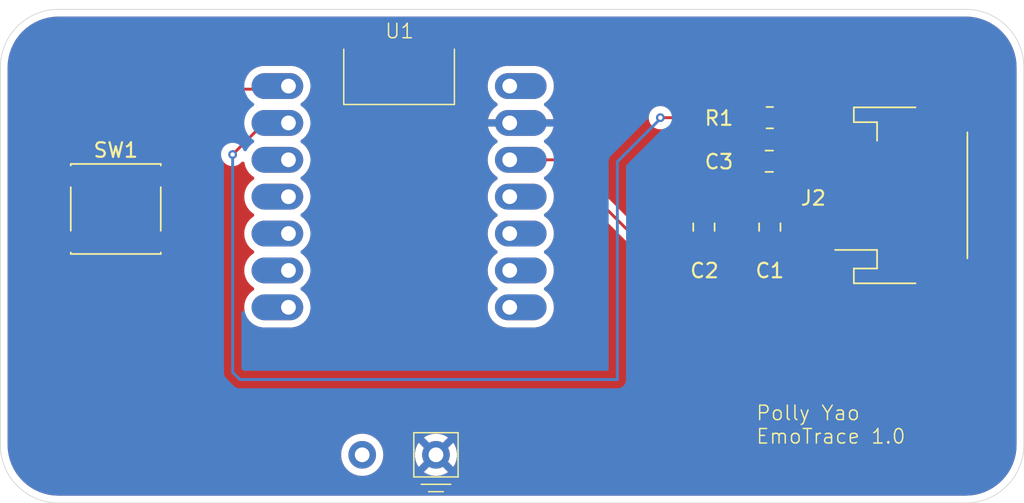
<source format=kicad_pcb>
(kicad_pcb (version 20241229) (generator "pcbnew") (generator_version "9.0")
  (title_block (title "Polly Yao_EmoTrace_Sensing Device") (date "2026-02-02") (rev "1.0"))
  (layers (0 "F.Cu" signal) (2 "B.Cu" signal) (13 "F.Paste" user) (15 "B.Paste" user) (5 "F.SilkS" user "F.Silkscreen") (7 "B.SilkS" user "B.Silkscreen") (1 "F.Mask" user) (3 "B.Mask" user) (25 "Edge.Cuts" user))
  (net 0 "")
  (net 1 "GND")
  (net 2 "+3V3")
  (net 3 "Net-(J2-Pin_3)")
  (net 4 "/BAT")
  (net 6 "/GSR_SIG")
  (net 7 "/CAL_BTN")
  (footprint "Button_Switch_SMD:SW_Push_1P1T_NO_E-Switch_TL3301NxxxxxG" (layer "F.Cu") (at 75.45 65.75)
    (property "Reference" "SW1" (at 0 -4.05 0) (layer "F.SilkS"))
    (property "Value" "SW_Push")
    (fp_line (start -3.1 -3.1) (end -3.1 -3) (stroke (width 0.12)) (layer "F.SilkS"))
    (fp_line (start -3.1 -3.1) (end 3.1 -3.1) (stroke (width 0.12)) (layer "F.SilkS"))
    (fp_line (start -3.1 -1.5) (end -3.1 1.5) (stroke (width 0.12)) (layer "F.SilkS"))
    (fp_line (start -3.1 3.1) (end -3.1 3) (stroke (width 0.12)) (layer "F.SilkS"))
    (fp_line (start -3.1 3.1) (end 3.1 3.1) (stroke (width 0.12)) (layer "F.SilkS"))
    (fp_line (start 3.1 -3) (end 3.1 -3.1) (stroke (width 0.12)) (layer "F.SilkS"))
    (fp_line (start 3.1 -1.5) (end 3.1 1.5) (stroke (width 0.12)) (layer "F.SilkS"))
    (fp_line (start 3.1 3.1) (end 3.1 3) (stroke (width 0.12)) (layer "F.SilkS"))
    (pad "1" smd roundrect (at -4.55 -2.25) (size 2.1 1.4) (layers "F.Cu" "F.Mask" "F.Paste") (roundrect_rratio 0.1785714286) (net 7 "/CAL_BTN"))
    (pad "1" smd roundrect (at 4.55 -2.25) (size 2.1 1.4) (layers "F.Cu" "F.Mask" "F.Paste") (roundrect_rratio 0.1785714286) (net 7 "/CAL_BTN"))
    (pad "2" smd roundrect (at -4.55 2.25) (size 2.1 1.4) (layers "F.Cu" "F.Mask" "F.Paste") (roundrect_rratio 0.1785714286) (net 1 "GND"))
    (pad "2" smd roundrect (at 4.55 2.25) (size 2.1 1.4) (layers "F.Cu" "F.Mask" "F.Paste") (roundrect_rratio 0.1785714286) (net 1 "GND"))
  )
  (footprint "Capacitor_SMD:C_0805_2012Metric_Pad1.18x1.45mm_HandSolder" (layer "F.Cu") (at 120.4625 62.4625)
    (property "Reference" "C3" (at -3.4625 0.0375 0) (layer "F.SilkS"))
    (property "Value" "0.1uF")
    (fp_line (start -0.261252 -0.735) (end 0.261252 -0.735) (stroke (width 0.12)) (layer "F.SilkS"))
    (fp_line (start -0.261252 0.735) (end 0.261252 0.735) (stroke (width 0.12)) (layer "F.SilkS"))
    (pad "1" smd roundrect (at -1.0375 0) (size 1.175 1.45) (layers "F.Cu" "F.Mask" "F.Paste") (roundrect_rratio 0.212766) (net 1 "GND"))
    (pad "2" smd roundrect (at 1.0375 0) (size 1.175 1.45) (layers "F.Cu" "F.Mask" "F.Paste") (roundrect_rratio 0.212766) (net 3 "Net-(J2-Pin_3)"))
  )
  (footprint "Connector_JST:JST_PH_S4B-PH-SM4-TB_1x04-1MP_P2.00mm_Horizontal" (layer "F.Cu") (at 129.6 64.8125 90)
    (property "Reference" "J2" (at -0.1875 -6.1 180) (layer "F.SilkS"))
    (property "Value" "Grove_GSR")
    (fp_line (start 6.06 -3.31) (end 5.04 -3.31) (stroke (width 0.12)) (layer "F.SilkS"))
    (fp_line (start 5.04 -3.31) (end 5.04 -1.71) (stroke (width 0.12)) (layer "F.SilkS"))
    (fp_line (start -5.04 -3.31) (end -5.04 -1.71) (stroke (width 0.12)) (layer "F.SilkS"))
    (fp_line (start -6.06 -3.31) (end -5.04 -3.31) (stroke (width 0.12)) (layer "F.SilkS"))
    (fp_line (start 5.04 -1.71) (end 3.76 -1.71) (stroke (width 0.12)) (layer "F.SilkS"))
    (fp_line (start -3.76 -1.71) (end -3.76 -4.6) (stroke (width 0.12)) (layer "F.SilkS"))
    (fp_line (start -5.04 -1.71) (end -3.76 -1.71) (stroke (width 0.12)) (layer "F.SilkS"))
    (fp_line (start 6.06 0.94) (end 6.06 -3.31) (stroke (width 0.12)) (layer "F.SilkS"))
    (fp_line (start -6.06 0.94) (end -6.06 -3.31) (stroke (width 0.12)) (layer "F.SilkS"))
    (fp_line (start -4.34 4.51) (end 4.34 4.51) (stroke (width 0.12)) (layer "F.SilkS"))
    (pad "1" smd roundrect (at -3 -2.85 90) (size 1 3.5) (layers "F.Cu" "F.Mask" "F.Paste") (net 2 "+3V3"))
    (pad "2" smd roundrect (at -1 -2.85 90) (size 1 3.5) (layers "F.Cu" "F.Mask" "F.Paste") (net 1 "GND"))
    (pad "3" smd roundrect (at 1 -2.85 90) (size 1 3.5) (layers "F.Cu" "F.Mask" "F.Paste") (net 3 "Net-(J2-Pin_3)"))
    (pad "4" smd roundrect (at 3 -2.85 90) (size 1 3.5) (layers "F.Cu" "F.Mask" "F.Paste"))
    (pad "MP" smd roundrect (at -5.35 2.9 90) (size 1.5 3.4) (layers "F.Cu" "F.Mask" "F.Paste") (roundrect_rratio 0.166667))
    (pad "MP" smd roundrect (at 5.35 2.9 90) (size 1.5 3.4) (layers "F.Cu" "F.Mask" "F.Paste") (roundrect_rratio 0.166667))
  )
  (footprint "Resistor_SMD:R_0805_2012Metric_Pad1.20x1.40mm_HandSolder" (layer "F.Cu") (at 120.5 59.4625 180)
    (property "Reference" "R1" (at 3.5 -0.0375 0) (layer "F.SilkS"))
    (property "Value" "220Ω")
    (fp_line (start -0.227064 0.735) (end 0.227064 0.735) (stroke (width 0.12)) (layer "F.SilkS"))
    (fp_line (start -0.227064 -0.735) (end 0.227064 -0.735) (stroke (width 0.12)) (layer "F.SilkS"))
    (pad "1" smd roundrect (at -1 0 180) (size 1.2 1.4) (layers "F.Cu" "F.Mask" "F.Paste") (roundrect_rratio 0.208333) (net 3 "Net-(J2-Pin_3)"))
    (pad "2" smd roundrect (at 1 0 180) (size 1.2 1.4) (layers "F.Cu" "F.Mask" "F.Paste") (roundrect_rratio 0.208333) (net 6 "/GSR_SIG"))
  )
  (footprint "Capacitor_SMD:C_0805_2012Metric_Pad1.18x1.45mm_HandSolder" (layer "F.Cu") (at 120.5 67 90)
    (property "Reference" "C1" (at -3 0 180) (layer "F.SilkS"))
    (property "Value" "10uF")
    (fp_line (start -0.261252 -0.735) (end 0.261252 -0.735) (stroke (width 0.12)) (layer "F.SilkS"))
    (fp_line (start -0.261252 0.735) (end 0.261252 0.735) (stroke (width 0.12)) (layer "F.SilkS"))
    (pad "1" smd roundrect (at -1.0375 0 90) (size 1.175 1.45) (layers "F.Cu" "F.Mask" "F.Paste") (roundrect_rratio 0.212766) (net 2 "+3V3"))
    (pad "2" smd roundrect (at 1.0375 0 90) (size 1.175 1.45) (layers "F.Cu" "F.Mask" "F.Paste") (roundrect_rratio 0.212766) (net 1 "GND"))
  )
  (footprint "Capacitor_SMD:C_0805_2012Metric_Pad1.18x1.45mm_HandSolder" (layer "F.Cu") (at 115.9625 67 90)
    (property "Reference" "C2" (at -3 0.0375 180) (layer "F.SilkS"))
    (property "Value" "0.1uF")
    (fp_line (start -0.261252 -0.735) (end 0.261252 -0.735) (stroke (width 0.12)) (layer "F.SilkS"))
    (fp_line (start -0.261252 0.735) (end 0.261252 0.735) (stroke (width 0.12)) (layer "F.SilkS"))
    (pad "1" smd roundrect (at -1.0375 0 90) (size 1.175 1.45) (layers "F.Cu" "F.Mask" "F.Paste") (roundrect_rratio 0.212766) (net 2 "+3V3"))
    (pad "2" smd roundrect (at 1.0375 0 90) (size 1.175 1.45) (layers "F.Cu" "F.Mask" "F.Paste") (roundrect_rratio 0.212766) (net 1 "GND"))
  )
  (footprint "GIX_ESP32:XIAO_ESP32" (layer "F.Cu") (at 94.965 64.905)
    (property "Reference" "U1" (at 0.035 -11.405 0) (layer "F.SilkS") (effects (font (thickness 0.1))))
    (property "Value" "~")
    (fp_line (start -3.81 -10.16) (end -3.81 -6.35) (stroke (width 0.1)) (layer "F.SilkS"))
    (fp_line (start -3.81 -6.35) (end 3.81 -6.35) (stroke (width 0.1)) (layer "F.SilkS"))
    (fp_line (start 1.016 16.256) (end 4.064 16.256) (stroke (width 0.1)) (layer "F.SilkS"))
    (fp_line (start 1.016 19.304) (end 1.016 16.256) (stroke (width 0.1)) (layer "F.SilkS"))
    (fp_line (start 1.524 19.812) (end 3.556 19.812) (stroke (width 0.1)) (layer "F.SilkS"))
    (fp_line (start 2.032 20.32) (end 3.048 20.32) (stroke (width 0.1)) (layer "F.SilkS"))
    (fp_line (start 3.81 -6.35) (end 3.81 -10.16) (stroke (width 0.1)) (layer "F.SilkS"))
    (fp_line (start 4.064 16.256) (end 4.064 19.304) (stroke (width 0.1)) (layer "F.SilkS"))
    (fp_line (start 4.064 19.304) (end 1.016 19.304) (stroke (width 0.1)) (layer "F.SilkS"))
    (pad "1" thru_hole oval (at -7.62 -7.62) (size 3.556 1.778) (drill 1.016 (offset -0.762 0)) (layers "*.Cu" "*.Mask") (net 7 "/CAL_BTN"))
    (pad "2" thru_hole oval (at -7.62 -5.08) (size 3.556 1.778) (drill 1.016 (offset -0.762 0)) (layers "*.Cu" "*.Mask") (net 6 "/GSR_SIG"))
    (pad "3" thru_hole oval (at -7.62 -2.54) (size 3.556 1.778) (drill 1.016 (offset -0.762 0)) (layers "*.Cu" "*.Mask"))
    (pad "4" thru_hole oval (at -7.62 0) (size 3.556 1.778) (drill 1.016 (offset -0.762 0)) (layers "*.Cu" "*.Mask"))
    (pad "5" thru_hole oval (at -7.62 2.54) (size 3.556 1.778) (drill 1.016 (offset -0.762 0)) (layers "*.Cu" "*.Mask"))
    (pad "6" thru_hole oval (at -7.62 5.08) (size 3.556 1.778) (drill 1.016 (offset -0.762 0)) (layers "*.Cu" "*.Mask"))
    (pad "7" thru_hole oval (at -7.62 7.62) (size 3.556 1.778) (drill 1.016 (offset -0.762 0)) (layers "*.Cu" "*.Mask"))
    (pad "8" thru_hole oval (at 7.62 7.62) (size 3.556 1.778) (drill 1.016 (offset 0.762 0)) (layers "*.Cu" "*.Mask"))
    (pad "9" thru_hole oval (at 7.62 5.08) (size 3.556 1.778) (drill 1.016 (offset 0.762 0)) (layers "*.Cu" "*.Mask"))
    (pad "10" thru_hole oval (at 7.62 2.54) (size 3.556 1.778) (drill 1.016 (offset 0.762 0)) (layers "*.Cu" "*.Mask"))
    (pad "11" thru_hole oval (at 7.62 0) (size 3.556 1.778) (drill 1.016 (offset 0.762 0)) (layers "*.Cu" "*.Mask"))
    (pad "12" thru_hole oval (at 7.62 -2.54) (size 3.556 1.778) (drill 1.016 (offset 0.762 0)) (layers "*.Cu" "*.Mask") (net 2 "+3V3"))
    (pad "13" thru_hole oval (at 7.62 -5.08) (size 3.556 1.778) (drill 1.016 (offset 0.762 0)) (layers "*.Cu" "*.Mask") (net 1 "GND"))
    (pad "14" thru_hole oval (at 7.62 -7.62) (size 3.556 1.778) (drill 1.016 (offset 0.762 0)) (layers "*.Cu" "*.Mask"))
    (pad "15" thru_hole circle (at -2.54 17.78) (size 1.905 1.905) (drill 1.016) (layers "*.Cu" "*.Mask") (net 4 "/BAT"))
    (pad "16" thru_hole circle (at 2.54 17.78) (size 1.905 1.905) (drill 1.016) (layers "*.Cu" "*.Mask") (net 1 "GND"))
  )
  (gr_line (start 138 56) (end 138 82) (stroke (width 0.05)) (layer "Edge.Cuts"))
  (gr_line (start 71.5 52) (end 134 52) (stroke (width 0.05)) (layer "Edge.Cuts"))
  (gr_line (start 67.5 82) (end 67.5 56) (stroke (width 0.05)) (layer "Edge.Cuts"))
  (gr_arc (start 138 82) (mid 136.828427 84.828427) (end 134 86) (stroke (width 0.05)) (layer "Edge.Cuts"))
  (gr_arc (start 134 52) (mid 136.828427 53.171573) (end 138 56) (stroke (width 0.05)) (layer "Edge.Cuts"))
  (gr_arc (start 71.5 86) (mid 68.671573 84.828427) (end 67.5 82) (stroke (width 0.05)) (layer "Edge.Cuts"))
  (gr_arc (start 67.5 56) (mid 68.671573 53.171573) (end 71.5 52) (stroke (width 0.05)) (layer "Edge.Cuts"))
  (gr_line (start 134 86) (end 71.5 86) (stroke (width 0.05)) (layer "Edge.Cuts"))
  (gr_text "Polly Yao\nEmoTrace 1.0" (at 119.5 82 0) (layer "F.SilkS") (effects (font (size 1 1) (thickness 0.1)) (justify left bottom)))
  (segment (start 126.75 67.8125) (end 124.1875 67.8125) (width 0.2) (layer "F.Cu") (net 2))
  (segment (start 123.9625 68.0375) (end 120.5 68.0375) (width 0.2) (layer "F.Cu") (net 2))
  (segment (start 124.1875 67.8125) (end 123.9625 68.0375) (width 0.2) (layer "F.Cu") (net 2))
  (segment (start 111.5375 68.0375) (end 115.9625 68.0375) (width 0.2) (layer "F.Cu") (net 2))
  (segment (start 115.9625 68.0375) (end 120.5 68.0375) (width 0.2) (layer "F.Cu") (net 2))
  (segment (start 102.585 62.365) (end 105.865 62.365) (width 0.2) (layer "F.Cu") (net 2))
  (segment (start 105.865 62.365) (end 111.5375 68.0375) (width 0.2) (layer "F.Cu") (net 2))
  (segment (start 121.5 59.4625) (end 121.5 62.4625) (width 0.2) (layer "F.Cu") (net 3))
  (segment (start 121.5 62.4625) (end 122.85 63.8125) (width 0.2) (layer "F.Cu") (net 3))
  (segment (start 122.85 63.8125) (end 126.75 63.8125) (width 0.2) (layer "F.Cu") (net 3))
  (segment (start 85.675 59.825) (end 83.5 62) (width 0.2) (layer "F.Cu") (net 6))
  (segment (start 119.5 59.4625) (end 113 59.4625) (width 0.2) (layer "F.Cu") (net 6))
  (segment (start 87.345 59.825) (end 85.675 59.825) (width 0.2) (layer "F.Cu") (net 6))
  (segment (start 113 59.4625) (end 112.9625 59.4625) (width 0.2) (layer "F.Cu") (net 6))
  (via (at 112.9625 59.4625) (size 0.6) (drill 0.3) (layers "F.Cu" "B.Cu") (net 6))
  (via (at 83.5 62) (size 0.6) (drill 0.3) (layers "F.Cu" "B.Cu") (net 6))
  (segment (start 84 77.5) (end 110 77.5) (width 0.2) (layer "B.Cu") (net 6))
  (segment (start 83.5 77) (end 84 77.5) (width 0.2) (layer "B.Cu") (net 6))
  (segment (start 110 77.5) (end 110 62.5) (width 0.2) (layer "B.Cu") (net 6))
  (segment (start 83.5 62) (end 83.5 77) (width 0.2) (layer "B.Cu") (net 6))
  (segment (start 110 62.5) (end 113 59.5) (width 0.2) (layer "B.Cu") (net 6))
  (segment (start 70.9 63.5) (end 80 63.5) (width 0.2) (layer "F.Cu") (net 7))
  (segment (start 87.13 57.5) (end 87.345 57.285) (width 0.2) (layer "F.Cu") (net 7))
  (segment (start 83.5 60) (end 83.5 57.5) (width 0.2) (layer "F.Cu") (net 7))
  (segment (start 80 63.5) (end 83.5 60) (width 0.2) (layer "F.Cu") (net 7))
  (segment (start 83.5 57.5) (end 87.13 57.5) (width 0.2) (layer "F.Cu") (net 7))
  (zone (net 1) (net_name "GND") (layers "F.Cu" "B.Cu") (connect_pads (clearance 0.5)) (min_thickness 0.25) (fill yes (thermal_gap 0.5) (thermal_bridge_width 0.5))
    (polygon (pts (xy 67.5 52) (xy 67.5 86) (xy 138 86) (xy 138 52)))
  )
)
</source>
